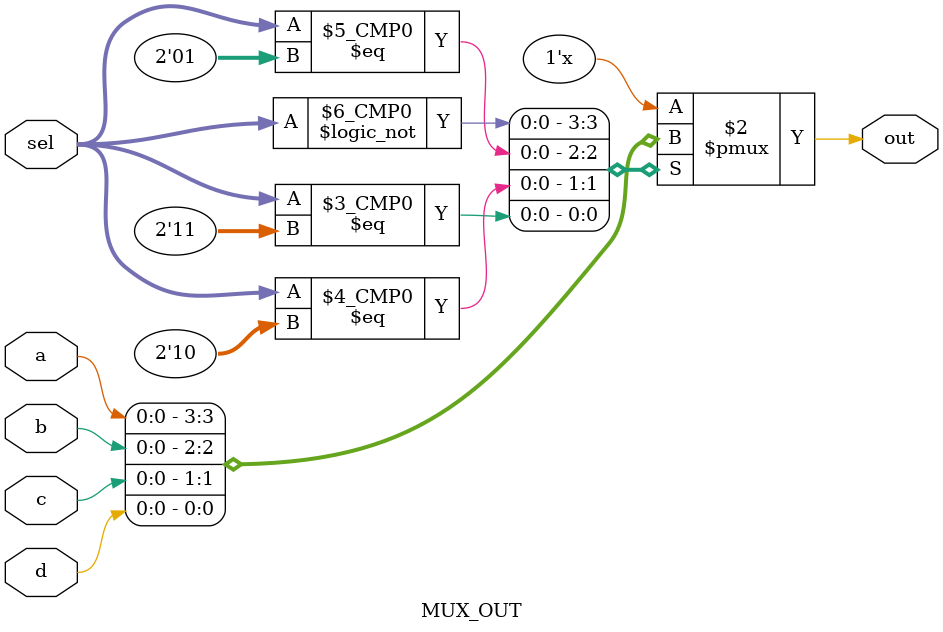
<source format=v>
`timescale 1ns / 1ps

module ALU(
    input [7:0] ALUinA, ALUinB,
    input [1:0] InsSel, 
    output [7:0] ALUout,
    output CO,Z
    );
    
    wire [7:0] AND_r, XOR_r, ADD_r, CLS_r;
    wire  ADDcout, CLSrout;
    wire [7:0] ALU_out;
    
    (* dont_touch="true" *)AND and_op(.a(ALUinA), .b(ALUinB), .r(AND_r));
    (* dont_touch="true" *)XOR xor_op(.a(ALUinA), .b(ALUinB), .r(XOR_r));
    (* dont_touch="true" *)ADD add_op(.a(ALUinA), .b(ALUinB), .r(ADD_r), .cout(ADDcout));
    (* dont_touch="true" *)CLS cls_op(.a(ALUinA), .r(CLS_r));
    (* dont_touch="true" *)ZC   zc_op(.a(ALU_out), .z(Z));
    
    (* dont_touch="true" *)MUX_R mux_r(.sel(InsSel), .a(AND_r), .b(XOR_r), .c(ADD_r), .d(CLS_r), .out(ALU_out));
    (* dont_touch="true" *)MUX_OUT mux_out(.sel(InsSel), .a(1'b0), .b(1'b0), .c(ADDcout), .d(CLSrout), .out(CO));
    
    assign ALUout = ALU_out;
    assign CLSrout = CLS_r[0];
    
endmodule

module AND(
    input  [7:0] a,b,
    output [7:0] r
    );
    assign r = a & b;
endmodule

module XOR(
    input  [7:0] a,b,
    output [7:0] r
    );
    assign r[7] = a[7] ^ b[7];
    assign r[6] = a[6] ^ b[6];
    assign r[5] = a[5] ^ b[5];
    assign r[4] = a[4] ^ b[4];
    assign r[3] = a[3] ^ b[3];
    assign r[2] = a[2] ^ b[2];
    assign r[1] = a[1] ^ b[1];
    assign r[0] = a[0] ^ b[0];
endmodule

module ADD(
    input  [7:0] a,b,
    output [7:0] r,
    output cout
    );
    assign {cout, r} = a + b;
endmodule

module CLS(
    input  [7:0] a,
    output [7:0] r
    );
    assign r[7:0] = {a[6:0],a[7]};
endmodule

module ZC(
    input  [7:0] a,
    output z
    );
    assign z = ~(a[0]|a[1]|a[2]|a[3]|a[4]|a[5]|a[6]|a[7]);
endmodule

module MUX_R(
    input  [7:0] a,b,c,d,
    input  [1:0] sel,
    output reg [7:0] out
    );
    always@* begin
        case (sel)
            2'b00: out = a;
            2'b01: out = b;
            2'b10: out = c;
            2'b11: out = d;
            default: out = 8'bZZZZZZZZ; 
        endcase
    end
endmodule

module MUX_OUT(
    input  a,b,c,d,
    input  [1:0] sel,
    output reg out
    );
    always@* begin
        case (sel)
            2'b00: out = a;
            2'b01: out = b;
            2'b10: out = c;
            2'b11: out = d;
            default: out = 1'bZ; 
        endcase
    end
endmodule

</source>
